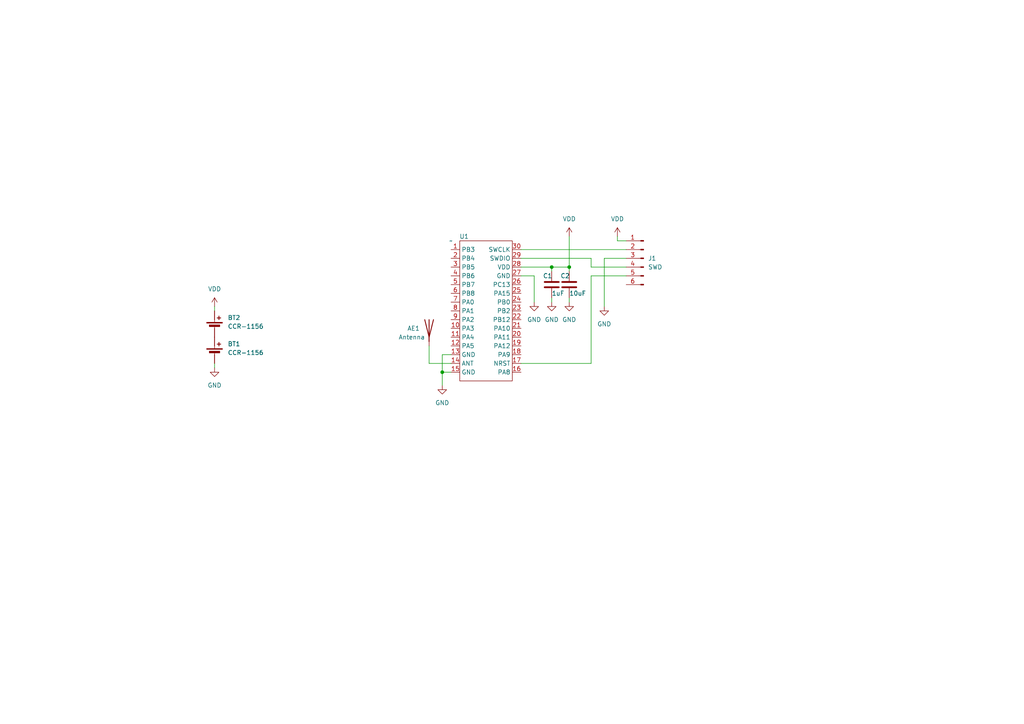
<source format=kicad_sch>
(kicad_sch (version 20230620) (generator eeschema)
  (paper "A4")
  (lib_symbols
    (symbol "AliExpress:CCR-1156" (pin_numbers hide) (pin_names (offset 0) hide)
      (property "Reference" "BT" (at 2.54 2.54 0))
      (property "Value" "CCR-1156" (at 2.54 0 0))
      (symbol "CCR-1156_0_1"
        (rectangle (start -2.286 1.778) (end 2.286 1.524) (fill (type outline)))
        (rectangle (start -1.524 1.016) (end 1.524 0.508) (fill (type outline)))
        (polyline (pts (xy 0 0.762) (xy 0 0)))
        (polyline (pts (xy 0 1.778) (xy 0 2.54)))
        (polyline (pts (xy 0.762 3.048) (xy 1.778 3.048)) (stroke (width 0.254)))
        (polyline (pts (xy 1.27 3.556) (xy 1.27 2.54)) (stroke (width 0.254)))
      )
      (symbol "CCR-1156_1_1"
        (pin passive line (at 0 5.08 270) (length 2.54) (name "+") (number "1"))
        (pin passive line (at 0 -2.54 90) (length 2.54) (name "-") (number "2"))
      )
    )
    (symbol "Connector:Conn_01x06_Pin" (pin_names (offset 1.016) hide)
      (property "Reference" "J" (at 0 7.62 0))
      (property "Value" "Conn_01x06_Pin" (at 0 -10.16 0))
      (symbol "Conn_01x06_Pin_1_1"
        (polyline (pts (xy 1.27 -7.62) (xy 0.8636 -7.62)) (stroke (width 0.1524)))
        (polyline (pts (xy 1.27 -5.08) (xy 0.8636 -5.08)) (stroke (width 0.1524)))
        (polyline (pts (xy 1.27 -2.54) (xy 0.8636 -2.54)) (stroke (width 0.1524)))
        (polyline (pts (xy 1.27 0) (xy 0.8636 0)) (stroke (width 0.1524)))
        (polyline (pts (xy 1.27 2.54) (xy 0.8636 2.54)) (stroke (width 0.1524)))
        (polyline (pts (xy 1.27 5.08) (xy 0.8636 5.08)) (stroke (width 0.1524)))
        (rectangle (start 0.8636 -7.493) (end 0 -7.747) (stroke (width 0.1524)) (fill (type outline)))
        (rectangle (start 0.8636 -4.953) (end 0 -5.207) (stroke (width 0.1524)) (fill (type outline)))
        (rectangle (start 0.8636 -2.413) (end 0 -2.667) (stroke (width 0.1524)) (fill (type outline)))
        (rectangle (start 0.8636 0.127) (end 0 -0.127) (stroke (width 0.1524)) (fill (type outline)))
        (rectangle (start 0.8636 2.667) (end 0 2.413) (stroke (width 0.1524)) (fill (type outline)))
        (rectangle (start 0.8636 5.207) (end 0 4.953) (stroke (width 0.1524)) (fill (type outline)))
        (pin passive line (at 5.08 5.08 180) (length 3.81) (name "Pin_1") (number "1"))
        (pin passive line (at 5.08 2.54 180) (length 3.81) (name "Pin_2") (number "2"))
        (pin passive line (at 5.08 0 180) (length 3.81) (name "Pin_3") (number "3"))
        (pin passive line (at 5.08 -2.54 180) (length 3.81) (name "Pin_4") (number "4"))
        (pin passive line (at 5.08 -5.08 180) (length 3.81) (name "Pin_5") (number "5"))
        (pin passive line (at 5.08 -7.62 180) (length 3.81) (name "Pin_6") (number "6"))
      )
    )
    (symbol "Device:Antenna" (pin_numbers hide) (pin_names (offset 1.016) hide)
      (property "Reference" "AE" (at -1.905 1.905 0))
      (property "Value" "Antenna" (at -1.905 0 0))
      (symbol "Antenna_0_1"
        (polyline (pts (xy 0 2.54) (xy 0 -3.81)) (stroke (width 0.254)))
        (polyline (pts (xy 1.27 2.54) (xy 0 -2.54) (xy -1.27 2.54)) (stroke (width 0.254)))
      )
      (symbol "Antenna_1_1"
        (pin input line (at 0 -5.08 90) (length 2.54) (name "A") (number "1"))
      )
    )
    (symbol "Device:C" (pin_numbers hide) (pin_names (offset 0.254))
      (property "Reference" "C" (at 0.635 2.54 0))
      (property "Value" "C" (at 0.635 -2.54 0))
      (symbol "C_0_1"
        (polyline (pts (xy -2.032 -0.762) (xy 2.032 -0.762)) (stroke (width 0.508)))
        (polyline (pts (xy -2.032 0.762) (xy 2.032 0.762)) (stroke (width 0.508)))
      )
      (symbol "C_1_1"
        (pin passive line (at 0 3.81 270) (length 2.794) (name "~") (number "1"))
        (pin passive line (at 0 -3.81 90) (length 2.794) (name "~") (number "2"))
      )
    )
    (symbol "EBYTE LORA:E77-900M22S"
      (property "Reference" "U" (at -7.62 22.86 0))
      (symbol "E77-900M22S_0_1"
        (rectangle (start -7.62 19.05) (end 7.62 -21.59))
      )
      (symbol "E77-900M22S_1_1"
        (pin bidirectional line (at -10.16 16.51 0) (length 2.54) (name "PB3") (number "1"))
        (pin bidirectional line (at -10.16 -6.35 0) (length 2.54) (name "PA3") (number "10"))
        (pin bidirectional line (at -10.16 -8.89 0) (length 2.54) (name "PA4") (number "11"))
        (pin bidirectional line (at -10.16 -11.43 0) (length 2.54) (name "PA5") (number "12"))
        (pin power_in line (at -10.16 -13.97 0) (length 2.54) (name "GND") (number "13"))
        (pin output line (at -10.16 -16.51 0) (length 2.54) (name "ANT") (number "14"))
        (pin power_in line (at -10.16 -19.05 0) (length 2.54) (name "GND") (number "15"))
        (pin bidirectional line (at 10.16 -19.05 180) (length 2.54) (name "PA8") (number "16"))
        (pin input line (at 10.16 -16.51 180) (length 2.54) (name "NRST") (number "17"))
        (pin bidirectional line (at 10.16 -13.97 180) (length 2.54) (name "PA9") (number "18"))
        (pin bidirectional line (at 10.16 -11.43 180) (length 2.54) (name "PA12") (number "19"))
        (pin bidirectional line (at -10.16 13.97 0) (length 2.54) (name "PB4") (number "2"))
        (pin bidirectional line (at 10.16 -8.89 180) (length 2.54) (name "PA11") (number "20"))
        (pin bidirectional line (at 10.16 -6.35 180) (length 2.54) (name "PA10") (number "21"))
        (pin bidirectional line (at 10.16 -3.81 180) (length 2.54) (name "PB12") (number "22"))
        (pin bidirectional line (at 10.16 -1.27 180) (length 2.54) (name "PB2") (number "23"))
        (pin bidirectional line (at 10.16 1.27 180) (length 2.54) (name "PB0") (number "24"))
        (pin bidirectional line (at 10.16 3.81 180) (length 2.54) (name "PA15") (number "25"))
        (pin bidirectional line (at 10.16 6.35 180) (length 2.54) (name "PC13") (number "26"))
        (pin power_in line (at 10.16 8.89 180) (length 2.54) (name "GND") (number "27"))
        (pin power_in line (at 10.16 11.43 180) (length 2.54) (name "VDD") (number "28"))
        (pin input line (at 10.16 13.97 180) (length 2.54) (name "SWDIO") (number "29"))
        (pin bidirectional line (at -10.16 11.43 0) (length 2.54) (name "PB5") (number "3"))
        (pin input line (at 10.16 16.51 180) (length 2.54) (name "SWCLK") (number "30"))
        (pin bidirectional line (at -10.16 8.89 0) (length 2.54) (name "PB6") (number "4"))
        (pin bidirectional line (at -10.16 6.35 0) (length 2.54) (name "PB7") (number "5"))
        (pin bidirectional line (at -10.16 3.81 0) (length 2.54) (name "PB8") (number "6"))
        (pin bidirectional line (at -10.16 1.27 0) (length 2.54) (name "PA0") (number "7"))
        (pin bidirectional line (at -10.16 -1.27 0) (length 2.54) (name "PA1") (number "8"))
        (pin bidirectional line (at -10.16 -3.81 0) (length 2.54) (name "PA2") (number "9"))
      )
    )
    (symbol "power:GND" (power) (pin_names (offset 0))
      (property "Value" "GND" (at 0 -3.81 0))
      (symbol "GND_0_1"
        (polyline (pts (xy 0 0) (xy 0 -1.27) (xy 1.27 -1.27) (xy 0 -2.54) (xy -1.27 -1.27) (xy 0 -1.27)))
      )
      (symbol "GND_1_1"
        (pin power_in line (at 0 0 270) (length 0) hide (name "GND") (number "1"))
      )
    )
    (symbol "power:VDD" (power) (pin_names (offset 0))
      (property "Value" "VDD" (at 0 3.81 0))
      (symbol "VDD_0_1"
        (polyline (pts (xy -0.762 1.27) (xy 0 2.54)))
        (polyline (pts (xy 0 0) (xy 0 2.54)))
        (polyline (pts (xy 0 2.54) (xy 0.762 1.27)))
      )
      (symbol "VDD_1_1"
        (pin power_in line (at 0 0 90) (length 0) hide (name "VDD") (number "1"))
      )
    )
  )
  (junction (at 160.02 77.47))
  (junction (at 128.27 107.95))
  (junction (at 165.1 77.47))
  (wire (pts (xy 171.45 80.01) (xy 181.61 80.01)))
  (wire (pts (xy 128.27 111.76) (xy 128.27 107.95)))
  (wire (pts (xy 128.27 107.95) (xy 128.27 102.87)))
  (wire (pts (xy 151.13 80.01) (xy 154.94 80.01)))
  (wire (pts (xy 171.45 105.41) (xy 171.45 80.01)))
  (wire (pts (xy 151.13 72.39) (xy 181.61 72.39)))
  (wire (pts (xy 124.46 100.33) (xy 124.46 105.41)))
  (wire (pts (xy 165.1 68.58) (xy 165.1 77.47)))
  (wire (pts (xy 165.1 77.47) (xy 160.02 77.47)))
  (wire (pts (xy 128.27 107.95) (xy 130.81 107.95)))
  (wire (pts (xy 160.02 77.47) (xy 160.02 78.74)))
  (wire (pts (xy 181.61 74.93) (xy 175.26 74.93)))
  (wire (pts (xy 179.07 69.85) (xy 179.07 68.58)))
  (wire (pts (xy 151.13 77.47) (xy 160.02 77.47)))
  (wire (pts (xy 171.45 77.47) (xy 171.45 74.93)))
  (wire (pts (xy 181.61 77.47) (xy 171.45 77.47)))
  (wire (pts (xy 175.26 74.93) (xy 175.26 88.9)))
  (wire (pts (xy 154.94 80.01) (xy 154.94 87.63)))
  (wire (pts (xy 151.13 105.41) (xy 171.45 105.41)))
  (wire (pts (xy 165.1 86.36) (xy 165.1 87.63)))
  (wire (pts (xy 128.27 102.87) (xy 130.81 102.87)))
  (wire (pts (xy 165.1 78.74) (xy 165.1 77.47)))
  (wire (pts (xy 181.61 69.85) (xy 179.07 69.85)))
  (wire (pts (xy 151.13 74.93) (xy 171.45 74.93)))
  (wire (pts (xy 62.23 88.9) (xy 62.23 90.17)))
  (wire (pts (xy 130.81 105.41) (xy 124.46 105.41)))
  (wire (pts (xy 160.02 86.36) (xy 160.02 87.63)))
  (wire (pts (xy 62.23 105.41) (xy 62.23 106.68)))
  (symbol (lib_id "power:GND") (at 62.23 106.68 0) (unit 1)
    (property "Reference" "#PWR05" (effects hide))
    (property "Value" "GND" (at 62.23 111.76 0))
    (property "Description" "Power symbol creates a global label with name \"GND\" , ground" (effects hide))
  )
  (symbol (lib_id "power:VDD") (at 179.07 68.58 0) (unit 1)
    (property "Reference" "#PWR08" (effects hide))
    (property "Value" "VDD" (at 179.07 63.5 0))
    (property "Description" "Power symbol creates a global label with name \"VDD\"" (effects hide))
  )
  (symbol (lib_id "AliExpress:CCR-1156") (at 62.23 102.87 0) (unit 1)
    (property "Reference" "BT1" (at 66.04 99.7585 0) (effects (justify left)))
    (property "Value" "CCR-1156" (at 66.04 102.2985 0) (effects (justify left)))
    (property "Footprint" "AliExpress:CCR-1156" (effects hide))
    (property "Description" "Single-cell battery" (effects hide))
  )
  (symbol (lib_id "power:VDD") (at 165.1 68.58 0) (unit 1)
    (property "Reference" "#PWR01" (effects hide))
    (property "Value" "VDD" (at 165.1 63.5 0))
    (property "Description" "Power symbol creates a global label with name \"VDD\"" (effects hide))
  )
  (symbol (lib_id "EBYTE LORA:E77-900M22S") (at 140.97 88.9 0) (unit 1)
    (property "Reference" "U1" (at 134.62 68.58 0))
    (property "Value" "~" (at 130.81 69.85 0))
    (property "Footprint" "EBYTE LORA:E07-900M10S" (effects hide))
  )
  (symbol (lib_id "power:GND") (at 175.26 88.9 0) (unit 1)
    (property "Reference" "#PWR09" (effects hide))
    (property "Value" "GND" (at 175.26 93.98 0))
    (property "Description" "Power symbol creates a global label with name \"GND\" , ground" (effects hide))
  )
  (symbol (lib_id "power:GND") (at 154.94 87.63 0) (unit 1)
    (property "Reference" "#PWR02" (effects hide))
    (property "Value" "GND" (at 154.94 92.71 0))
    (property "Description" "Power symbol creates a global label with name \"GND\" , ground" (effects hide))
  )
  (symbol (lib_id "AliExpress:CCR-1156") (at 62.23 95.25 0) (unit 1)
    (property "Reference" "BT2" (at 66.04 92.1385 0) (effects (justify left)))
    (property "Value" "CCR-1156" (at 66.04 94.6785 0) (effects (justify left)))
    (property "Footprint" "AliExpress:CCR-1156" (effects hide))
    (property "Description" "Single-cell battery" (effects hide))
  )
  (symbol (lib_id "power:GND") (at 165.1 87.63 0) (unit 1)
    (property "Reference" "#PWR04" (effects hide))
    (property "Value" "GND" (at 165.1 92.71 0))
    (property "Description" "Power symbol creates a global label with name \"GND\" , ground" (effects hide))
  )
  (symbol (lib_id "Device:C") (at 160.02 82.55 0) (unit 1)
    (property "Reference" "C1" (at 157.48 80.01 0) (effects (justify left)))
    (property "Value" "1uF" (at 160.02 85.09 0) (effects (justify left)))
    (property "Footprint" "Capacitor_SMD:C_1206_3216Metric" (effects hide))
    (property "Description" "Unpolarized capacitor" (effects hide))
  )
  (symbol (lib_id "power:GND") (at 160.02 87.63 0) (unit 1)
    (property "Reference" "#PWR03" (effects hide))
    (property "Value" "GND" (at 160.02 92.71 0))
    (property "Description" "Power symbol creates a global label with name \"GND\" , ground" (effects hide))
  )
  (symbol (lib_id "power:GND") (at 128.27 111.76 0) (unit 1)
    (property "Reference" "#PWR07" (effects hide))
    (property "Value" "GND" (at 128.27 116.84 0))
    (property "Description" "Power symbol creates a global label with name \"GND\" , ground" (effects hide))
  )
  (symbol (lib_id "Connector:Conn_01x06_Pin") (at 186.69 74.93 0) (mirror y) (unit 1)
    (property "Reference" "J1" (at 187.96 74.93 0) (effects (justify right)))
    (property "Value" "SWD" (at 187.96 77.47 0) (effects (justify right)))
    (property "Footprint" "AliExpress:SWD" (effects hide))
    (property "Description" "Generic connector, single row, 01x06, script generated" (effects hide))
  )
  (symbol (lib_id "power:VDD") (at 62.23 88.9 0) (unit 1)
    (property "Reference" "#PWR06" (effects hide))
    (property "Value" "VDD" (at 62.23 83.82 0))
    (property "Description" "Power symbol creates a global label with name \"VDD\"" (effects hide))
  )
  (symbol (lib_id "Device:C") (at 165.1 82.55 0) (unit 1)
    (property "Reference" "C2" (at 162.56 80.01 0) (effects (justify left)))
    (property "Value" "10uF" (at 165.1 85.09 0) (effects (justify left)))
    (property "Footprint" "Capacitor_SMD:C_1206_3216Metric" (effects hide))
    (property "Description" "Unpolarized capacitor" (effects hide))
  )
  (symbol (lib_id "Device:Antenna") (at 124.46 95.25 0) (unit 1)
    (property "Reference" "AE1" (at 118.11 95.25 0) (effects (justify left)))
    (property "Value" "Antenna" (at 115.57 97.79 0) (effects (justify left)))
    (property "Footprint" "Connector_Pin:Pin_D0.7mm_L6.5mm_W1.8mm_FlatFork" (effects hide))
    (property "Description" "Antenna" (effects hide))
  )
)
</source>
